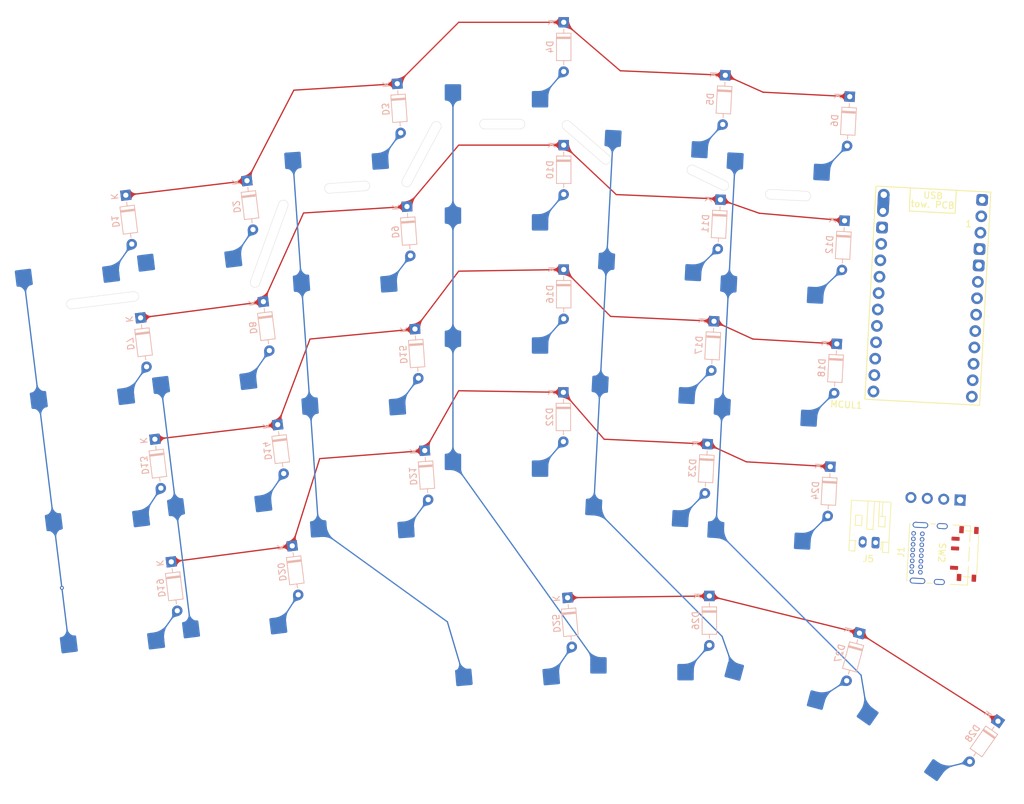
<source format=kicad_pcb>
(kicad_pcb (version 20241229) (generator "pcbnew") (generator_version "9.0")
  (layers (0 "F.Cu" signal) (2 "B.Cu" signal) (13 "F.Paste" user) (15 "B.Paste" user) (5 "F.SilkS" user "F.Silkscreen") (7 "B.SilkS" user "B.Silkscreen") (1 "F.Mask" user) (3 "B.Mask" user) (25 "Edge.Cuts" user))
  (net 0 "")
  (net 1 "LRow-1")
  (net 2 "Net-(D1-A)")
  (net 3 "Net-(D2-A)")
  (net 4 "Net-(D3-A)")
  (net 5 "Net-(D4-A)")
  (net 6 "Net-(D5-A)")
  (net 7 "Net-(D6-A)")
  (net 8 "Net-(D7-A)")
  (net 9 "LRow-2")
  (net 10 "Net-(D8-A)")
  (net 11 "Net-(D9-A)")
  (net 12 "Net-(D10-A)")
  (net 13 "Net-(D11-A)")
  (net 14 "Net-(D12-A)")
  (net 15 "LRow-3")
  (net 16 "Net-(D13-A)")
  (net 17 "Net-(D14-A)")
  (net 18 "Net-(D15-A)")
  (net 19 "Net-(D16-A)")
  (net 20 "Net-(D17-A)")
  (net 21 "Net-(D18-A)")
  (net 22 "Net-(D19-A)")
  (net 23 "LRow-4")
  (net 24 "Net-(D20-A)")
  (net 25 "Net-(D21-A)")
  (net 26 "Net-(D22-A)")
  (net 27 "Net-(D23-A)")
  (net 28 "Net-(D24-A)")
  (net 29 "LRow-5")
  (net 30 "Net-(D25-A)")
  (net 31 "Net-(D26-A)")
  (net 32 "Net-(D27-A)")
  (net 33 "Net-(D28-A)")
  (net 34 "PWR_Positive")
  (net 35 "GND")
  (net 36 "TX")
  (net 37 "RX")
  (net 42 "+3.3V")
  (net 43 "Net-(J2-SDA)")
  (net 44 "Net-(J2-SCL)")
  (net 45 "PWR_Negative")
  (net 46 "BATTERY_Positive")
  (net 47 "LCol-1")
  (net 48 "LCol-2")
  (net 49 "LCol-3")
  (net 50 "LCol-4")
  (net 51 "LCol-5")
  (net 52 "LCol-6")
  (footprint "ScottoKeebs_Components:OLED_128x32" (layer "F.Cu") (at 156.202731 126 87)
    (property "Reference" "J2" (hide yes))
    (property "Value" "OLED_128x32")
  )
  (footprint "marbastlib-various:SW_MSK12C02-HB" (layer "F.Cu") (at 167.25 133.25 -93)
    (property "Reference" "SW2")
    (property "Value" "SW_SPDT")
  )
  (footprint "Connector_JST:JST_PH_S2B-PH-K_1x02_P2.00mm_Horizontal" (layer "F.Cu") (at 152.997259 131.498978 177)
    (property "Reference" "J5")
    (property "Value" "Conn_01x02")
  )
  (footprint "Connector_USB:USB_C_Receptacle_GCT_USB4085" (layer "F.Cu") (at 158.574817 136.010271 87)
    (property "Reference" "J1")
    (property "Value" "USB_C_Receptacle_USB2.0_16P")
  )
  (footprint "marbastlib-xp-promicroish:SuperMini_nRF52840_AH_USBdn" (layer "F.Cu") (at 161.011357 94.563135 -3)
    (property "Reference" "MCUL1")
    (property "Value" "SuperMini nRF52840")
  )
  (footprint "ai03_ks33hotswap:Gateron-KS33-Hotswap-1U" (layer "B.Cu") (at 138.147972 87.175138 177)
    (property "Reference" "S12")
    (property "Value" "Keyswitch")
  )
  (footprint "ai03_ks33hotswap:Gateron-KS33-Hotswap-1U" (layer "B.Cu") (at 117.260919 121.729349 177)
    (property "Reference" "S23")
    (property "Value" "Keyswitch")
  )
  (footprint "ai03_ks33hotswap:Gateron-KS33-Hotswap-1U" (layer "B.Cu") (at 28.228171 84.917863 -173)
    (property "Reference" "S1")
    (property "Value" "Keyswitch")
  )
  (footprint "Diode_THT:D_DO-35_SOD27_P7.62mm_Horizontal" (layer "B.Cu") (at 81.734228 98.449281 -86)
    (property "Reference" "D15")
    (property "Value" "Diode")
  )
  (footprint "Diode_THT:D_DO-35_SOD27_P7.62mm_Horizontal" (layer "B.Cu") (at 127 116.25 -93)
    (property "Reference" "D23")
    (property "Value" "Diode")
  )
  (footprint "Diode_THT:D_DO-35_SOD27_P7.62mm_Horizontal" (layer "B.Cu") (at 127.284412 139.75 -90)
    (property "Reference" "D26")
    (property "Value" "Diode")
  )
  (footprint "Diode_THT:D_DO-35_SOD27_P7.62mm_Horizontal" (layer "B.Cu") (at 83.25 117.25 -86)
    (property "Reference" "D21")
    (property "Value" "Diode")
  )
  (footprint "Diode_THT:D_DO-35_SOD27_P7.62mm_Horizontal" (layer "B.Cu") (at 129 78.445222 -93)
    (property "Reference" "D11")
    (property "Value" "Diode")
  )
  (footprint "Diode_THT:D_DO-35_SOD27_P7.62mm_Horizontal" (layer "B.Cu") (at 128 97.25 -93)
    (property "Reference" "D17")
    (property "Value" "Diode")
  )
  (footprint "Diode_THT:D_DO-35_SOD27_P7.62mm_Horizontal" (layer "B.Cu") (at 104.75 70 -90)
    (property "Reference" "D10")
    (property "Value" "Diode")
  )
  (footprint "Diode_THT:D_DO-35_SOD27_P7.62mm_Horizontal" (layer "B.Cu") (at 171.935327 159.129031 -125)
    (property "Reference" "D28")
    (property "Value" "Diode")
  )
  (footprint "ai03_ks33hotswap:Gateron-KS33-Hotswap-1U" (layer "B.Cu") (at 32.871393 122.733872 -173)
    (property "Reference" "S13")
    (property "Value" "Keyswitch")
  )
  (footprint "Diode_THT:D_DO-35_SOD27_P7.62mm_Horizontal" (layer "B.Cu") (at 148.1994 81.695222 -93)
    (property "Reference" "D12")
    (property "Value" "Diode")
  )
  (footprint "ai03_ks33hotswap:Gateron-KS33-Hotswap-1U" (layer "B.Cu") (at 120.251919 64.657671 177)
    (property "Reference" "S5")
    (property "Value" "Keyswitch")
  )
  (footprint "Diode_THT:D_DO-35_SOD27_P7.62mm_Horizontal" (layer "B.Cu") (at 104.7 108.25 -90)
    (property "Reference" "D22")
    (property "Value" "Diode")
  )
  (footprint "ai03_ks33hotswap:Gateron-KS33-Hotswap-1U" (layer "B.Cu") (at 35.193004 141.641875 -173)
    (property "Reference" "S19")
    (property "Value" "Keyswitch")
  )
  (footprint "ai03_ks33hotswap:Gateron-KS33-Hotswap-1U" (layer "B.Cu") (at 139.144972 68.151245 177)
    (property "Reference" "S6")
    (property "Value" "Keyswitch")
  )
  (footprint "ai03_ks33hotswap:Gateron-KS33-Hotswap-1U" (layer "B.Cu") (at 119.254919 83.681564 177)
    (property "Reference" "S11")
    (property "Value" "Keyswitch")
  )
  (footprint "ai03_ks33hotswap:Gateron-KS33-Hotswap-1U" (layer "B.Cu") (at 95.25 76.2 180)
    (property "Reference" "S10")
    (property "Value" "Keyswitch")
  )
  (footprint "ai03_ks33hotswap:Gateron-KS33-Hotswap-1U" (layer "B.Cu") (at 54.101008 139.320265 -173)
    (property "Reference" "S20")
    (property "Value" "Keyswitch")
  )
  (footprint "ai03_ks33hotswap:Gateron-KS33-Hotswap-1U" (layer "B.Cu") (at 160.71944 158.629123 145)
    (property "Reference" "S28")
    (property "Value" "Keyswitch")
  )
  (footprint "Diode_THT:D_DO-35_SOD27_P7.62mm_Horizontal" (layer "B.Cu") (at 129.7506 59.195222 -93)
    (property "Reference" "D5")
    (property "Value" "Diode")
  )
  (footprint "Diode_THT:D_DO-35_SOD27_P7.62mm_Horizontal" (layer "B.Cu") (at 79 60.5 -86)
    (property "Reference" "D3")
    (property "Value" "Diode")
  )
  (footprint "ai03_ks33hotswap:Gateron-KS33-Hotswap-1U" (layer "B.Cu") (at 70.142279 67.142809 -176)
    (property "Reference" "S3")
    (property "Value" "Keyswitch")
  )
  (footprint "Diode_THT:D_DO-35_SOD27_P7.62mm_Horizontal" (layer "B.Cu") (at 104.75 51 -90)
    (property "Reference" "D4")
    (property "Value" "Diode")
  )
  (footprint "ai03_ks33hotswap:Gateron-KS33-Hotswap-1U" (layer "B.Cu") (at 95.25 95.25 180)
    (property "Reference" "S16")
    (property "Value" "Keyswitch")
  )
  (footprint "ai03_ks33hotswap:Gateron-KS33-Hotswap-1U" (layer "B.Cu") (at 47.136175 82.596252 -173)
    (property "Reference" "S2")
    (property "Value" "Keyswitch")
  )
  (footprint "ai03_ks33hotswap:Gateron-KS33-Hotswap-1U" (layer "B.Cu") (at 72.8 105.15 -176)
    (property "Reference" "S15")
    (property "Value" "Keyswitch")
  )
  (footprint "Diode_THT:D_DO-35_SOD27_P7.62mm_Horizontal" (layer "B.Cu") (at 37 77.75 -83)
    (property "Reference" "D1")
    (property "Value" "Diode")
  )
  (footprint "Diode_THT:D_DO-35_SOD27_P7.62mm_Horizontal" (layer "B.Cu") (at 44.035678 134.468399 -83)
    (property "Reference" "D19")
    (property "Value" "Diode")
  )
  (footprint "Diode_THT:D_DO-35_SOD27_P7.62mm_Horizontal" (layer "B.Cu") (at 58.285678 94.218399 -83)
    (property "Reference" "D8")
    (property "Value" "Diode")
  )
  (footprint "Diode_THT:D_DO-35_SOD27_P7.62mm_Horizontal" (layer "B.Cu") (at 104.75 89.25 -90)
    (property "Reference" "D16")
    (property "Value" "Diode")
  )
  (footprint "Diode_THT:D_DO-35_SOD27_P7.62mm_Horizontal" (layer "B.Cu") (at 62.75 132 -83)
    (property "Reference" "D20")
    (property "Value" "Diode")
  )
  (footprint "Diode_THT:D_DO-35_SOD27_P7.62mm_Horizontal" (layer "B.Cu") (at 149 62.5 -93)
    (property "Reference" "D6")
    (property "Value" "Diode")
  )
  (footprint "ai03_ks33hotswap:Gateron-KS33-Hotswap-1U" (layer "B.Cu") (at 137.150972 106.199031 177)
    (property "Reference" "S18")
    (property "Value" "Keyswitch")
  )
  (footprint "ai03_ks33hotswap:Gateron-KS33-Hotswap-1U" (layer "B.Cu") (at 136.153972 125.222923 177)
    (property "Reference" "S24")
    (property "Value" "Keyswitch")
  )
  (footprint "Diode_THT:D_DO-35_SOD27_P7.62mm_Horizontal" (layer "B.Cu") (at 39.285678 96.718399 -83)
    (property "Reference" "D7")
    (property "Value" "Diode")
  )
  (footprint "ai03_ks33hotswap:Gateron-KS33-Hotswap-1U" (layer "B.Cu") (at 95.25 57.15 180)
    (property "Reference" "S4")
    (property "Value" "Keyswitch")
  )
  (footprint "Diode_THT:D_DO-35_SOD27_P7.62mm_Horizontal" (layer "B.Cu") (at 41.5 115.5 -83)
    (property "Reference" "D13")
    (property "Value" "Diode")
  )
  (footprint "Diode_THT:D_DO-35_SOD27_P7.62mm_Horizontal" (layer "B.Cu") (at 150.5 145.5 -105)
    (property "Reference" "D27")
    (property "Value" "Diode")
  )
  (footprint "ai03_ks33hotswap:Gateron-KS33-Hotswap-1U" (layer "B.Cu") (at 71.47114 86.146404 -176)
    (property "Reference" "S9")
    (property "Value" "Keyswitch")
  )
  (footprint "ai03_ks33hotswap:Gateron-KS33-Hotswap-1U" (layer "B.Cu") (at 96.5 147 -175)
    (property "Reference" "S25")
    (property "Value" "Keyswitch")
  )
  (footprint "ai03_ks33hotswap:Gateron-KS33-Hotswap-1U" (layer "B.Cu") (at 117.759412 145.787573 180)
    (property "Reference" "S26")
    (property "Value" "Keyswitch")
  )
  (footprint "ai03_ks33hotswap:Gateron-KS33-Hotswap-1U" (layer "B.Cu") (at 49.457786 101.504256 -173)
    (property "Reference" "S8")
    (property "Value" "Keyswitch")
  )
  (footprint "ai03_ks33hotswap:Gateron-KS33-Hotswap-1U" (layer "B.Cu") (at 74.128861 124.153595 -176)
    (property "Reference" "S21")
    (property "Value" "Keyswitch")
  )
  (footprint "Diode_THT:D_DO-35_SOD27_P7.62mm_Horizontal" (layer "B.Cu") (at 147 100.75 -93)
    (property "Reference" "D18")
    (property "Value" "Diode")
  )
  (footprint "ai03_ks33hotswap:Gateron-KS33-Hotswap-1U" (layer "B.Cu") (at 95.25 114.3 180)
    (property "Reference" "S22")
    (property "Value" "Keyswitch")
  )
  (footprint "Diode_THT:D_DO-35_SOD27_P7.62mm_Horizontal" (layer "B.Cu") (at 80.5 79.5 -86)
    (property "Reference" "D9")
    (property "Value" "Diode")
  )
  (footprint "Diode_THT:D_DO-35_SOD27_P7.62mm_Horizontal" (layer "B.Cu") (at 55.75 75.5 -83)
    (property "Reference" "D2")
    (property "Value" "Diode")
  )
  (footprint "ai03_ks33hotswap:Gateron-KS33-Hotswap-1U" (layer "B.Cu") (at 118.257919 102.705457 177)
    (property "Reference" "S17")
    (property "Value" "Keyswitch")
  )
  (footprint "Diode_THT:D_DO-35_SOD27_P7.62mm_Horizontal" (layer "B.Cu") (at 105.346112 140.018309 -85)
    (property "Reference" "D25")
    (property "Value" "Diode")
  )
  (footprint "ai03_ks33hotswap:Gateron-KS33-Hotswap-1U" (layer "B.Cu") (at 30.549781 103.825867 -173)
    (property "Reference" "S7")
    (property "Value" "Keyswitch")
  )
  (footprint "ai03_ks33hotswap:Gateron-KS33-Hotswap-1U" (layer "B.Cu") (at 51.779397 120.41226 -173)
    (property "Reference" "S14")
    (property "Value" "Keyswitch")
  )
  (footprint "Diode_THT:D_DO-35_SOD27_P7.62mm_Horizontal" (layer "B.Cu") (at 60.5 113.25 -83)
    (property "Reference" "D14")
    (property "Value" "Diode")
  )
  (footprint "Diode_THT:D_DO-35_SOD27_P7.62mm_Horizontal" (layer "B.Cu") (at 146 119.75 -93)
    (property "Reference" "D24")
    (property "Value" "Diode")
  )
  (footprint "ai03_ks33hotswap:Gateron-KS33-Hotswap-1U" (layer "B.Cu") (at 139.724617 148.793759 165)
    (property "Reference" "S27")
    (property "Value" "Keyswitch")
  )
  (gr_arc (start 38.155858 92.661477) (mid 38.99167 93.314485) (end 38.338662 94.150297) (stroke (width 0.05)) (layer "Edge.Cuts"))
  (gr_arc (start 84.376463 66.741423) (mid 85.390777 66.431315) (end 85.700885 67.44563) (stroke (width 0.05)) (layer "Edge.Cuts"))
  (gr_line (start 38.155858 92.661477) (end 28.478534 93.849703) (stroke (width 0.05)) (layer "Edge.Cuts"))
  (gr_arc (start 60.656015 79.01238) (mid 61.617299 78.564127) (end 62.065554 79.525411) (stroke (width 0.05)) (layer "Edge.Cuts"))
  (gr_arc (start 104.747075 67.507829) (mid 104.673087 66.449754) (end 105.731162 66.375764) (stroke (width 0.05)) (layer "Edge.Cuts"))
  (gr_arc (start 81.123537 76.054369) (mid 80.109223 76.364477) (end 79.799115 75.350162) (stroke (width 0.05)) (layer "Edge.Cuts"))
  (gr_line (start 92.5 66) (end 98 66) (stroke (width 0.05)) (layer "Edge.Cuts"))
  (gr_line (start 68.454382 75.943657) (end 73.940984 75.559997) (stroke (width 0.05)) (layer "Edge.Cuts"))
  (gr_arc (start 136.675265 78.35402) (mid 135.965545 77.565797) (end 136.753769 76.856076) (stroke (width 0.05)) (layer "Edge.Cuts"))
  (gr_line (start 60.656015 79.01238) (end 56.295258 90.993461) (stroke (width 0.05)) (layer "Edge.Cuts"))
  (gr_line (start 124.25 74.5) (end 129.193366 76.911042) (stroke (width 0.05)) (layer "Edge.Cuts"))
  (gr_arc (start 28.661338 95.338523) (mid 27.825526 94.685515) (end 28.478534 93.849703) (stroke (width 0.05)) (layer "Edge.Cuts"))
  (gr_line (start 136.675265 78.35402) (end 142.167727 78.641868) (stroke (width 0.05)) (layer "Edge.Cuts"))
  (gr_arc (start 92.5 67.5) (mid 91.75 66.750001) (end 92.5 66) (stroke (width 0.05)) (layer "Edge.Cuts"))
  (gr_arc (start 57.704797 91.506492) (mid 56.743513 91.954745) (end 56.295258 90.993461) (stroke (width 0.05)) (layer "Edge.Cuts"))
  (gr_line (start 124.907558 73.15181) (end 129.850924 75.562852) (stroke (width 0.05)) (layer "Edge.Cuts"))
  (gr_line (start 136.753769 76.856076) (end 142.246231 77.143924) (stroke (width 0.05)) (layer "Edge.Cuts"))
  (gr_line (start 38.338662 94.150297) (end 28.661338 95.338523) (stroke (width 0.05)) (layer "Edge.Cuts"))
  (gr_arc (start 73.940984 75.559997) (mid 74.741474 76.255852) (end 74.045618 77.056343) (stroke (width 0.05)) (layer "Edge.Cuts"))
  (gr_line (start 81.123537 76.054369) (end 85.700885 67.44563) (stroke (width 0.05)) (layer "Edge.Cuts"))
  (gr_arc (start 124.25 74.5) (mid 123.904683 73.497127) (end 124.907558 73.15181) (stroke (width 0.05)) (layer "Edge.Cuts"))
  (gr_line (start 111.768838 71.624236) (end 105.731162 66.375764) (stroke (width 0.05)) (layer "Edge.Cuts"))
  (gr_arc (start 111.768838 71.624236) (mid 111.842827 72.682315) (end 110.784752 72.756301) (stroke (width 0.05)) (layer "Edge.Cuts"))
  (gr_arc (start 98 66) (mid 98.75 66.749999) (end 98 67.5) (stroke (width 0.05)) (layer "Edge.Cuts"))
  (gr_arc (start 142.246231 77.143924) (mid 142.955951 77.932147) (end 142.167727 78.641868) (stroke (width 0.05)) (layer "Edge.Cuts"))
  (gr_line (start 79.799115 75.350162) (end 84.376463 66.741423) (stroke (width 0.05)) (layer "Edge.Cuts"))
  (gr_line (start 110.784752 72.756301) (end 104.747075 67.507829) (stroke (width 0.05)) (layer "Edge.Cuts"))
  (gr_line (start 92.5 67.5) (end 98 67.5) (stroke (width 0.05)) (layer "Edge.Cuts"))
  (gr_line (start 68.559016 77.440003) (end 74.045618 77.056343) (stroke (width 0.05)) (layer "Edge.Cuts"))
  (gr_arc (start 68.559016 77.440003) (mid 67.758526 76.744148) (end 68.454382 75.943657) (stroke (width 0.05)) (layer "Edge.Cuts"))
  (gr_arc (start 129.850924 75.562852) (mid 130.196241 76.565725) (end 129.193366 76.911042) (stroke (width 0.05)) (layer "Edge.Cuts"))
  (gr_line (start 62.065554 79.525411) (end 57.704797 91.506492) (stroke (width 0.05)) (layer "Edge.Cuts"))
  (segment (start 63 61.5) (end 79 60.5) (width 0.2) (layer "F.Cu") (net 1))
  (segment (start 79 60.5) (end 88.5 51) (width 0.2) (layer "F.Cu") (net 1))
  (segment (start 37 77.75) (end 55.75 75.5) (width 0.2) (layer "F.Cu") (net 1))
  (segment (start 104.75 51) (end 88.5 51) (width 0.2) (layer "F.Cu") (net 1))
  (segment (start 104.75 51) (end 113.5 58.5) (width 0.2) (layer "F.Cu") (net 1))
  (segment (start 55.75 75.5) (end 63 61.5) (width 0.2) (layer "F.Cu") (net 1))
  (segment (start 129.7506 59.195222) (end 135.582269 61.812519) (width 0.2) (layer "F.Cu") (net 1))
  (segment (start 135.582269 61.812519) (end 149 62.5) (width 0.2) (layer "F.Cu") (net 1))
  (segment (start 113.5 58.5) (end 129.7506 59.195222) (width 0.2) (layer "F.Cu") (net 1))
  (segment (start 34.722908 89.913591) (end 37.928644 85.313202) (width 0.2) (layer "B.Cu") (net 2))
  (segment (start 53.630912 87.59198) (end 56.678645 83.063202) (width 0.2) (layer "B.Cu") (net 3))
  (segment (start 76.366659 72.471599) (end 79.531545 68.101438) (width 0.2) (layer "B.Cu") (net 4))
  (segment (start 101.0875 62.9) (end 104.75 58.62) (width 0.2) (layer "B.Cu") (net 5))
  (segment (start 125.780487 70.705302) (end 129.3518 66.804779) (width 0.2) (layer "B.Cu") (net 6))
  (segment (start 144.67354 74.198876) (end 148.6012 70.109557) (width 0.2) (layer "B.Cu") (net 7))
  (segment (start 37.044518 108.821595) (end 40.214322 104.281601) (width 0.2) (layer "B.Cu") (net 8))
  (segment (start 88.5 70) (end 104.75 70) (width 0.2) (layer "F.Cu") (net 9))
  (segment (start 129 78.445222) (end 135 80.538066) (width 0.2) (layer "F.Cu") (net 9))
  (segment (start 64.5 80.5) (end 80.5 79.5) (width 0.2) (layer "F.Cu") (net 9))
  (segment (start 104.75 70) (end 112.8747 77.652389) (width 0.2) (layer "F.Cu") (net 9))
  (segment (start 135 80.538066) (end 148.1994 81.695222) (width 0.2) (layer "F.Cu") (net 9))
  (segment (start 39.285678 96.718399) (end 58.285678 94.218399) (width 0.2) (layer "F.Cu") (net 9))
  (segment (start 112.8747 77.652389) (end 129.1253 78.347611) (width 0.2) (layer "F.Cu") (net 9))
  (segment (start 58.285678 94.218399) (end 64.5 80.5) (width 0.2) (layer "F.Cu") (net 9))
  (segment (start 80.5 79.5) (end 88.5 70) (width 0.2) (layer "F.Cu") (net 9))
  (segment (start 55.952523 106.499984) (end 59.214322 101.781601) (width 0.2) (layer "B.Cu") (net 10))
  (segment (start 77.69552 91.475194) (end 81.031544 87.101438) (width 0.2) (layer "B.Cu") (net 11))
  (segment (start 101.0875 81.95) (end 104.75 77.62) (width 0.2) (layer "B.Cu") (net 12))
  (segment (start 124.783487 89.729195) (end 128.6012 86.054779) (width 0.2) (layer "B.Cu") (net 13))
  (segment (start 143.67654 93.222769) (end 147.8006 89.304779) (width 0.2) (layer "B.Cu") (net 14))
  (segment (start 112 96.5) (end 128 97.25) (width 0.2) (layer "F.Cu") (net 15))
  (segment (start 41.5 115.5) (end 60.5 113.25) (width 0.2) (layer "F.Cu") (net 15))
  (segment (start 65.5 100) (end 81.734228 98.449281) (width 0.2) (layer "F.Cu") (net 15))
  (segment (start 128 97.25) (end 134 100) (width 0.2) (layer "F.Cu") (net 15))
  (segment (start 134 100) (end 147 100.75) (width 0.2) (layer "F.Cu") (net 15))
  (segment (start 81.734228 98.449281) (end 88.5 89.5) (width 0.2) (layer "F.Cu") (net 15))
  (segment (start 104.75 89.25) (end 112 96.5) (width 0.2) (layer "F.Cu") (net 15))
  (segment (start 60.5 113.25) (end 65.5 100) (width 0.2) (layer "F.Cu") (net 15))
  (segment (start 88.5 89.5) (end 104.75 89.25) (width 0.2) (layer "F.Cu") (net 15))
  (segment (start 39.36613 127.7296) (end 42.428644 123.063202) (width 0.2) (layer "B.Cu") (net 16))
  (segment (start 58.274134 125.407988) (end 61.428644 120.813202) (width 0.2) (layer "B.Cu") (net 17))
  (segment (start 79.02438 110.47879) (end 82.265772 106.050719) (width 0.2) (layer "B.Cu") (net 18))
  (segment (start 101.0875 101) (end 104.75 96.87) (width 0.2) (layer "B.Cu") (net 19))
  (segment (start 123.786487 108.753088) (end 127.6012 104.859557) (width 0.2) (layer "B.Cu") (net 20))
  (segment (start 142.67954 112.246662) (end 146.6012 108.359557) (width 0.2) (layer "B.Cu") (net 21))
  (segment (start 41.687741 146.637603) (end 44.964322 142.031601) (width 0.2) (layer "B.Cu") (net 22))
  (segment (start 62.75 132) (end 67 118.5) (width 0.2) (layer "F.Cu") (net 23))
  (segment (start 111 115.5) (end 127 116.25) (width 0.2) (layer "F.Cu") (net 23))
  (segment (start 104.7 108.25) (end 111 115.5) (width 0.2) (layer "F.Cu") (net 23))
  (segment (start 67 118.5) (end 83.25 117.25) (width 0.2) (layer "F.Cu") (net 23))
  (segment (start 127 116.25) (end 133 119) (width 0.2) (layer "F.Cu") (net 23))
  (segment (start 88.5 108) (end 104.7 108.25) (width 0.2) (layer "F.Cu") (net 23))
  (segment (start 44.035678 134.468399) (end 62.75 132) (width 0.2) (layer "F.Cu") (net 23))
  (segment (start 83.25 117.25) (end 88.5 108) (width 0.2) (layer "F.Cu") (net 23))
  (segment (start 133 119) (end 146 119.75) (width 0.2) (layer "F.Cu") (net 23))
  (segment (start 60.595745 144.315993) (end 63.678644 139.563202) (width 0.2) (layer "B.Cu") (net 24))
  (segment (start 80.353241 129.482385) (end 83.781544 124.851438) (width 0.2) (layer "B.Cu") (net 25))
  (segment (start 101.0875 120.05) (end 104.7 115.87) (width 0.2) (layer "B.Cu") (net 26))
  (segment (start 122.789487 127.77698) (end 126.6012 123.859557) (width 0.2) (layer "B.Cu") (net 27))
  (segment (start 141.68254 131.270554) (end 145.6012 127.359557) (width 0.2) (layer "B.Cu") (net 28))
  (segment (start 105.346112 140.018309) (end 127.284412 139.75) (width 0.2) (layer "F.Cu") (net 29))
  (segment (start 150.5 145.5) (end 171.935327 159.129031) (width 0.2) (layer "F.Cu") (net 29))
  (segment (start 127.284412 139.75) (end 150.5 145.5) (width 0.2) (layer "F.Cu") (net 29))
  (segment (start 102.816432 152.219348) (end 106.010239 147.609313) (width 0.2) (layer "B.Cu") (net 30))
  (segment (start 123.596912 151.537573) (end 127.284412 147.37) (width 0.2) (layer "B.Cu") (net 31))
  (segment (start 143.875 155.858689) (end 148.527799 152.860355) (width 0.2) (layer "B.Cu") (net 32))
  (segment (start 162.203176 166.6875) (end 167.564675 165.370969) (width 0.2) (layer "B.Cu") (net 33))
  (via (at 27.112373 138.5) (size 0.6) (drill 0.3) (layers "F.Cu" "B.Cu") (net 47))
  (segment (start 21.220385 90.513607) (end 23.541995 109.421611) (width 0.2) (layer "B.Cu") (net 47))
  (segment (start 23.541995 109.421611) (end 25.863607 128.329616) (width 0.2) (layer "B.Cu") (net 47))
  (segment (start 25.863607 128.329616) (end 27.112373 138.5) (width 0.2) (layer "B.Cu") (net 47))
  (segment (start 27.112373 138.5) (end 28.185218 147.237619) (width 0.2) (layer "B.Cu") (net 47))
  (segment (start 44.771611 126.008004) (end 42.45 107.1) (width 0.2) (layer "B.Cu") (net 48))
  (segment (start 44.771611 126.008004) (end 47.093222 144.916009) (width 0.2) (layer "B.Cu") (net 48))
  (segment (start 64.1801 91.36772) (end 65.50896 110.371316) (width 0.2) (layer "B.Cu") (net 49))
  (segment (start 89.301195 152.347767) (end 86.75 143.75) (width 0.2) (layer "B.Cu") (net 49))
  (segment (start 86.75 143.75) (end 66.837821 129.374911) (width 0.2) (layer "B.Cu") (net 49))
  (segment (start 64.1801 91.36772) (end 62.851239 72.364125) (width 0.2) (layer "B.Cu") (net 49))
  (segment (start 65.50896 110.371316) (end 66.837821 129.374911) (width 0.2) (layer "B.Cu") (net 49))
  (segment (start 87.6125 80.9) (end 87.6125 99.95) (width 0.2) (layer "B.Cu") (net 50))
  (segment (start 87.6125 61.85) (end 87.6125 80.9) (width 0.2) (layer "B.Cu") (net 50))
  (segment (start 87.6125 99.95) (end 87.6125 119) (width 0.2) (layer "B.Cu") (net 50))
  (segment (start 87.6125 119) (end 110.121912 150.487573) (width 0.2) (layer "B.Cu") (net 50))
  (segment (start 112.378907 68.951514) (end 111.381907 87.975407) (width 0.2) (layer "B.Cu") (net 51))
  (segment (start 110.384907 106.9993) (end 109.387907 126.023192) (width 0.2) (layer "B.Cu") (net 51))
  (segment (start 109.387907 126.023192) (end 129.25 146) (width 0.2) (layer "B.Cu") (net 51))
  (segment (start 129.25 146) (end 131.130909 151.35688) (width 0.2) (layer "B.Cu") (net 51))
  (segment (start 110.384907 106.9993) (end 111.381907 87.975407) (width 0.2) (layer "B.Cu") (net 51))
  (segment (start 128.28096 129.516766) (end 150.75 152) (width 0.2) (layer "B.Cu") (net 52))
  (segment (start 150.75 152) (end 151.767357 158.098448) (width 0.2) (layer "B.Cu") (net 52))
  (segment (start 131.27196 72.445088) (end 130.27496 91.468981) (width 0.2) (layer "B.Cu") (net 52))
  (segment (start 130.27496 91.468981) (end 129.27796 110.492874) (width 0.2) (layer "B.Cu") (net 52))
  (segment (start 129.27796 110.492874) (end 128.28096 129.516766) (width 0.2) (layer "B.Cu") (net 52))
)
</source>
